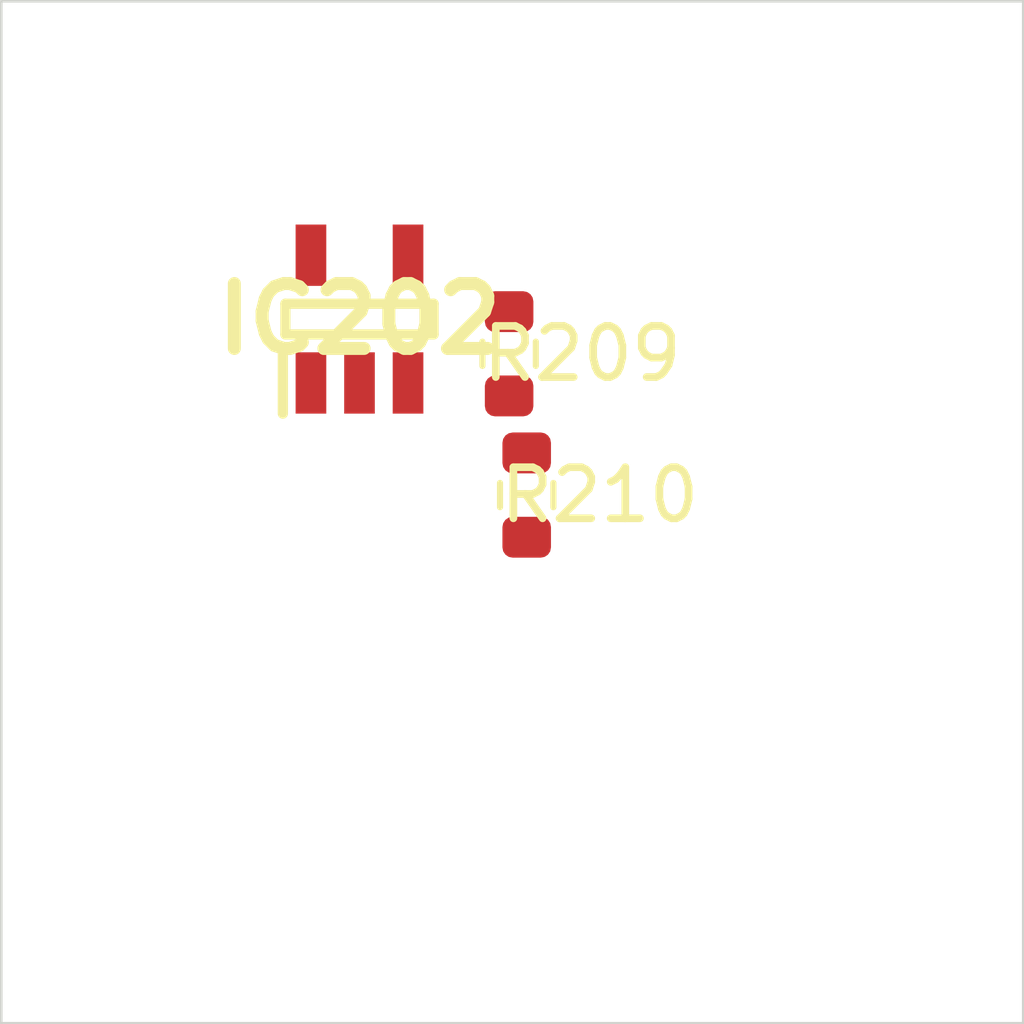
<source format=kicad_pcb>
 ( kicad_pcb  ( version 20171130 )
 ( host pcbnew 5.1.12-84ad8e8a86~92~ubuntu18.04.1 )
 ( general  ( thickness 1.6 )
 ( drawings 4 )
 ( tracks 0 )
 ( zones 0 )
 ( modules 3 )
 ( nets 5 )
)
 ( page A4 )
 ( layers  ( 0 F.Cu signal )
 ( 31 B.Cu signal )
 ( 32 B.Adhes user )
 ( 33 F.Adhes user )
 ( 34 B.Paste user )
 ( 35 F.Paste user )
 ( 36 B.SilkS user )
 ( 37 F.SilkS user )
 ( 38 B.Mask user )
 ( 39 F.Mask user )
 ( 40 Dwgs.User user )
 ( 41 Cmts.User user )
 ( 42 Eco1.User user )
 ( 43 Eco2.User user )
 ( 44 Edge.Cuts user )
 ( 45 Margin user )
 ( 46 B.CrtYd user )
 ( 47 F.CrtYd user )
 ( 48 B.Fab user )
 ( 49 F.Fab user )
)
 ( setup  ( last_trace_width 0.25 )
 ( trace_clearance 0.2 )
 ( zone_clearance 0.508 )
 ( zone_45_only no )
 ( trace_min 0.2 )
 ( via_size 0.8 )
 ( via_drill 0.4 )
 ( via_min_size 0.4 )
 ( via_min_drill 0.3 )
 ( uvia_size 0.3 )
 ( uvia_drill 0.1 )
 ( uvias_allowed no )
 ( uvia_min_size 0.2 )
 ( uvia_min_drill 0.1 )
 ( edge_width 0.05 )
 ( segment_width 0.2 )
 ( pcb_text_width 0.3 )
 ( pcb_text_size 1.5 1.5 )
 ( mod_edge_width 0.12 )
 ( mod_text_size 1 1 )
 ( mod_text_width 0.15 )
 ( pad_size 1.524 1.524 )
 ( pad_drill 0.762 )
 ( pad_to_mask_clearance 0 )
 ( aux_axis_origin 0 0 )
 ( visible_elements FFFFFF7F )
 ( pcbplotparams  ( layerselection 0x010fc_ffffffff )
 ( usegerberextensions false )
 ( usegerberattributes true )
 ( usegerberadvancedattributes true )
 ( creategerberjobfile true )
 ( excludeedgelayer true )
 ( linewidth 0.100000 )
 ( plotframeref false )
 ( viasonmask false )
 ( mode 1 )
 ( useauxorigin false )
 ( hpglpennumber 1 )
 ( hpglpenspeed 20 )
 ( hpglpendiameter 15.000000 )
 ( psnegative false )
 ( psa4output false )
 ( plotreference true )
 ( plotvalue true )
 ( plotinvisibletext false )
 ( padsonsilk false )
 ( subtractmaskfromsilk false )
 ( outputformat 1 )
 ( mirror false )
 ( drillshape 1 )
 ( scaleselection 1 )
 ( outputdirectory "" )
)
)
 ( net 0 "" )
 ( net 1 GND )
 ( net 2 VDDA )
 ( net 3 /Sheet6235D886/vp )
 ( net 4 "Net-(IC202-Pad3)" )
 ( net_class Default "This is the default net class."  ( clearance 0.2 )
 ( trace_width 0.25 )
 ( via_dia 0.8 )
 ( via_drill 0.4 )
 ( uvia_dia 0.3 )
 ( uvia_drill 0.1 )
 ( add_net /Sheet6235D886/vp )
 ( add_net GND )
 ( add_net "Net-(IC202-Pad3)" )
 ( add_net VDDA )
)
 ( module SOT95P280X145-5N locked  ( layer F.Cu )
 ( tedit 62336ED7 )
 ( tstamp 623423ED )
 ( at 87.010600 106.220000 90.000000 )
 ( descr DBV0005A )
 ( tags "Integrated Circuit" )
 ( path /6235D887/6266C08E )
 ( attr smd )
 ( fp_text reference IC202  ( at 0 0 )
 ( layer F.SilkS )
 ( effects  ( font  ( size 1.27 1.27 )
 ( thickness 0.254 )
)
)
)
 ( fp_text value TL071HIDBVR  ( at 0 0 )
 ( layer F.SilkS )
hide  ( effects  ( font  ( size 1.27 1.27 )
 ( thickness 0.254 )
)
)
)
 ( fp_line  ( start -1.85 -1.5 )
 ( end -0.65 -1.5 )
 ( layer F.SilkS )
 ( width 0.2 )
)
 ( fp_line  ( start -0.3 1.45 )
 ( end -0.3 -1.45 )
 ( layer F.SilkS )
 ( width 0.2 )
)
 ( fp_line  ( start 0.3 1.45 )
 ( end -0.3 1.45 )
 ( layer F.SilkS )
 ( width 0.2 )
)
 ( fp_line  ( start 0.3 -1.45 )
 ( end 0.3 1.45 )
 ( layer F.SilkS )
 ( width 0.2 )
)
 ( fp_line  ( start -0.3 -1.45 )
 ( end 0.3 -1.45 )
 ( layer F.SilkS )
 ( width 0.2 )
)
 ( fp_line  ( start -0.8 -0.5 )
 ( end 0.15 -1.45 )
 ( layer Dwgs.User )
 ( width 0.1 )
)
 ( fp_line  ( start -0.8 1.45 )
 ( end -0.8 -1.45 )
 ( layer Dwgs.User )
 ( width 0.1 )
)
 ( fp_line  ( start 0.8 1.45 )
 ( end -0.8 1.45 )
 ( layer Dwgs.User )
 ( width 0.1 )
)
 ( fp_line  ( start 0.8 -1.45 )
 ( end 0.8 1.45 )
 ( layer Dwgs.User )
 ( width 0.1 )
)
 ( fp_line  ( start -0.8 -1.45 )
 ( end 0.8 -1.45 )
 ( layer Dwgs.User )
 ( width 0.1 )
)
 ( fp_line  ( start -2.1 1.775 )
 ( end -2.1 -1.775 )
 ( layer Dwgs.User )
 ( width 0.05 )
)
 ( fp_line  ( start 2.1 1.775 )
 ( end -2.1 1.775 )
 ( layer Dwgs.User )
 ( width 0.05 )
)
 ( fp_line  ( start 2.1 -1.775 )
 ( end 2.1 1.775 )
 ( layer Dwgs.User )
 ( width 0.05 )
)
 ( fp_line  ( start -2.1 -1.775 )
 ( end 2.1 -1.775 )
 ( layer Dwgs.User )
 ( width 0.05 )
)
 ( pad 1 smd rect  ( at -1.25 -0.95 180.000000 )
 ( size 0.6 1.2 )
 ( layers F.Cu F.Mask F.Paste )
 ( net 3 /Sheet6235D886/vp )
)
 ( pad 2 smd rect  ( at -1.25 0 180.000000 )
 ( size 0.6 1.2 )
 ( layers F.Cu F.Mask F.Paste )
 ( net 1 GND )
)
 ( pad 3 smd rect  ( at -1.25 0.95 180.000000 )
 ( size 0.6 1.2 )
 ( layers F.Cu F.Mask F.Paste )
 ( net 4 "Net-(IC202-Pad3)" )
)
 ( pad 4 smd rect  ( at 1.25 0.95 180.000000 )
 ( size 0.6 1.2 )
 ( layers F.Cu F.Mask F.Paste )
 ( net 3 /Sheet6235D886/vp )
)
 ( pad 5 smd rect  ( at 1.25 -0.95 180.000000 )
 ( size 0.6 1.2 )
 ( layers F.Cu F.Mask F.Paste )
 ( net 2 VDDA )
)
)
 ( module Resistor_SMD:R_0603_1608Metric  ( layer F.Cu )
 ( tedit 5F68FEEE )
 ( tstamp 62342595 )
 ( at 89.939000 106.899000 270.000000 )
 ( descr "Resistor SMD 0603 (1608 Metric), square (rectangular) end terminal, IPC_7351 nominal, (Body size source: IPC-SM-782 page 72, https://www.pcb-3d.com/wordpress/wp-content/uploads/ipc-sm-782a_amendment_1_and_2.pdf), generated with kicad-footprint-generator" )
 ( tags resistor )
 ( path /6235D887/623CDBD9 )
 ( attr smd )
 ( fp_text reference R209  ( at 0 -1.43 )
 ( layer F.SilkS )
 ( effects  ( font  ( size 1 1 )
 ( thickness 0.15 )
)
)
)
 ( fp_text value 100k  ( at 0 1.43 )
 ( layer F.Fab )
 ( effects  ( font  ( size 1 1 )
 ( thickness 0.15 )
)
)
)
 ( fp_line  ( start -0.8 0.4125 )
 ( end -0.8 -0.4125 )
 ( layer F.Fab )
 ( width 0.1 )
)
 ( fp_line  ( start -0.8 -0.4125 )
 ( end 0.8 -0.4125 )
 ( layer F.Fab )
 ( width 0.1 )
)
 ( fp_line  ( start 0.8 -0.4125 )
 ( end 0.8 0.4125 )
 ( layer F.Fab )
 ( width 0.1 )
)
 ( fp_line  ( start 0.8 0.4125 )
 ( end -0.8 0.4125 )
 ( layer F.Fab )
 ( width 0.1 )
)
 ( fp_line  ( start -0.237258 -0.5225 )
 ( end 0.237258 -0.5225 )
 ( layer F.SilkS )
 ( width 0.12 )
)
 ( fp_line  ( start -0.237258 0.5225 )
 ( end 0.237258 0.5225 )
 ( layer F.SilkS )
 ( width 0.12 )
)
 ( fp_line  ( start -1.48 0.73 )
 ( end -1.48 -0.73 )
 ( layer F.CrtYd )
 ( width 0.05 )
)
 ( fp_line  ( start -1.48 -0.73 )
 ( end 1.48 -0.73 )
 ( layer F.CrtYd )
 ( width 0.05 )
)
 ( fp_line  ( start 1.48 -0.73 )
 ( end 1.48 0.73 )
 ( layer F.CrtYd )
 ( width 0.05 )
)
 ( fp_line  ( start 1.48 0.73 )
 ( end -1.48 0.73 )
 ( layer F.CrtYd )
 ( width 0.05 )
)
 ( fp_text user %R  ( at 0 0 )
 ( layer F.Fab )
 ( effects  ( font  ( size 0.4 0.4 )
 ( thickness 0.06 )
)
)
)
 ( pad 1 smd roundrect  ( at -0.825 0 270.000000 )
 ( size 0.8 0.95 )
 ( layers F.Cu F.Mask F.Paste )
 ( roundrect_rratio 0.25 )
 ( net 2 VDDA )
)
 ( pad 2 smd roundrect  ( at 0.825 0 270.000000 )
 ( size 0.8 0.95 )
 ( layers F.Cu F.Mask F.Paste )
 ( roundrect_rratio 0.25 )
 ( net 4 "Net-(IC202-Pad3)" )
)
 ( model ${KISYS3DMOD}/Resistor_SMD.3dshapes/R_0603_1608Metric.wrl  ( at  ( xyz 0 0 0 )
)
 ( scale  ( xyz 1 1 1 )
)
 ( rotate  ( xyz 0 0 0 )
)
)
)
 ( module Resistor_SMD:R_0603_1608Metric  ( layer F.Cu )
 ( tedit 5F68FEEE )
 ( tstamp 623425A6 )
 ( at 90.283000 109.664000 270.000000 )
 ( descr "Resistor SMD 0603 (1608 Metric), square (rectangular) end terminal, IPC_7351 nominal, (Body size source: IPC-SM-782 page 72, https://www.pcb-3d.com/wordpress/wp-content/uploads/ipc-sm-782a_amendment_1_and_2.pdf), generated with kicad-footprint-generator" )
 ( tags resistor )
 ( path /6235D887/623CDBDF )
 ( attr smd )
 ( fp_text reference R210  ( at 0 -1.43 )
 ( layer F.SilkS )
 ( effects  ( font  ( size 1 1 )
 ( thickness 0.15 )
)
)
)
 ( fp_text value 100k  ( at 0 1.43 )
 ( layer F.Fab )
 ( effects  ( font  ( size 1 1 )
 ( thickness 0.15 )
)
)
)
 ( fp_line  ( start 1.48 0.73 )
 ( end -1.48 0.73 )
 ( layer F.CrtYd )
 ( width 0.05 )
)
 ( fp_line  ( start 1.48 -0.73 )
 ( end 1.48 0.73 )
 ( layer F.CrtYd )
 ( width 0.05 )
)
 ( fp_line  ( start -1.48 -0.73 )
 ( end 1.48 -0.73 )
 ( layer F.CrtYd )
 ( width 0.05 )
)
 ( fp_line  ( start -1.48 0.73 )
 ( end -1.48 -0.73 )
 ( layer F.CrtYd )
 ( width 0.05 )
)
 ( fp_line  ( start -0.237258 0.5225 )
 ( end 0.237258 0.5225 )
 ( layer F.SilkS )
 ( width 0.12 )
)
 ( fp_line  ( start -0.237258 -0.5225 )
 ( end 0.237258 -0.5225 )
 ( layer F.SilkS )
 ( width 0.12 )
)
 ( fp_line  ( start 0.8 0.4125 )
 ( end -0.8 0.4125 )
 ( layer F.Fab )
 ( width 0.1 )
)
 ( fp_line  ( start 0.8 -0.4125 )
 ( end 0.8 0.4125 )
 ( layer F.Fab )
 ( width 0.1 )
)
 ( fp_line  ( start -0.8 -0.4125 )
 ( end 0.8 -0.4125 )
 ( layer F.Fab )
 ( width 0.1 )
)
 ( fp_line  ( start -0.8 0.4125 )
 ( end -0.8 -0.4125 )
 ( layer F.Fab )
 ( width 0.1 )
)
 ( fp_text user %R  ( at 0 0 )
 ( layer F.Fab )
 ( effects  ( font  ( size 0.4 0.4 )
 ( thickness 0.06 )
)
)
)
 ( pad 2 smd roundrect  ( at 0.825 0 270.000000 )
 ( size 0.8 0.95 )
 ( layers F.Cu F.Mask F.Paste )
 ( roundrect_rratio 0.25 )
 ( net 1 GND )
)
 ( pad 1 smd roundrect  ( at -0.825 0 270.000000 )
 ( size 0.8 0.95 )
 ( layers F.Cu F.Mask F.Paste )
 ( roundrect_rratio 0.25 )
 ( net 4 "Net-(IC202-Pad3)" )
)
 ( model ${KISYS3DMOD}/Resistor_SMD.3dshapes/R_0603_1608Metric.wrl  ( at  ( xyz 0 0 0 )
)
 ( scale  ( xyz 1 1 1 )
)
 ( rotate  ( xyz 0 0 0 )
)
)
)
 ( gr_line  ( start 100 100 )
 ( end 100 120 )
 ( layer Edge.Cuts )
 ( width 0.05 )
 ( tstamp 62E770C4 )
)
 ( gr_line  ( start 80 120 )
 ( end 100 120 )
 ( layer Edge.Cuts )
 ( width 0.05 )
 ( tstamp 62E770C0 )
)
 ( gr_line  ( start 80 100 )
 ( end 100 100 )
 ( layer Edge.Cuts )
 ( width 0.05 )
 ( tstamp 6234110C )
)
 ( gr_line  ( start 80 100 )
 ( end 80 120 )
 ( layer Edge.Cuts )
 ( width 0.05 )
)
)

</source>
